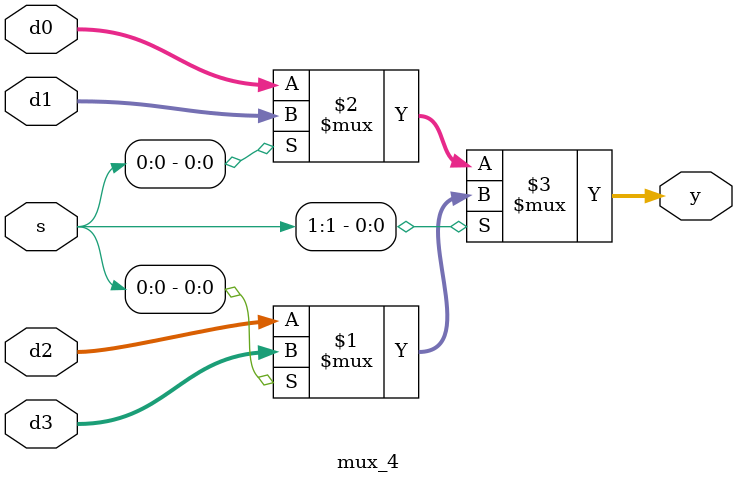
<source format=sv>
`timescale 1ns/1ps

module mux_4 
#(parameter WIDTH = 32)
(
    input   logic   [WIDTH-1:0] d0, d1, d2, d3,
    input   logic   [1:0]       s,
    output  logic   [WIDTH-1:0] y
);

assign y = s[1] ? (s[0] ? d3 : d2) : (s[0] ? d1 : d0);

endmodule:mux_4



</source>
